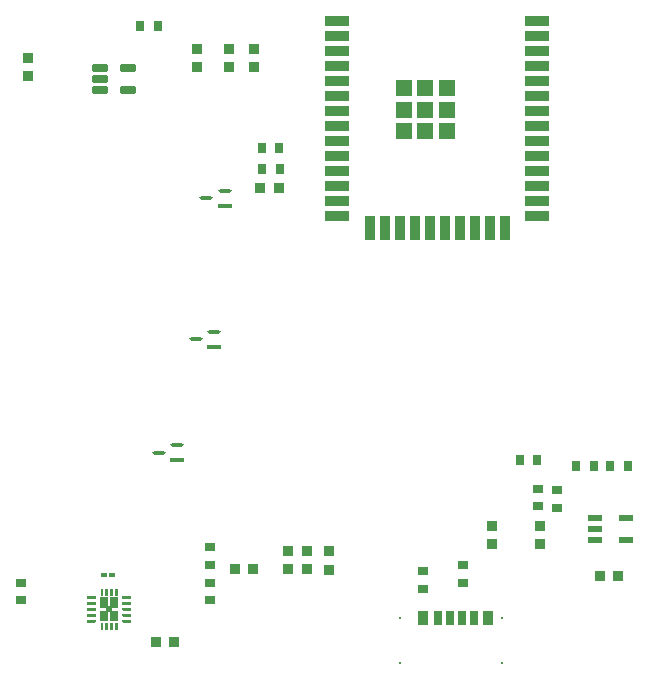
<source format=gtp>
G04*
G04 #@! TF.GenerationSoftware,Altium Limited,Altium Designer,20.1.14 (287)*
G04*
G04 Layer_Color=8421504*
%FSLAX25Y25*%
%MOIN*%
G70*
G04*
G04 #@! TF.SameCoordinates,9BBB710E-F05C-4809-8D11-837B32203116*
G04*
G04*
G04 #@! TF.FilePolarity,Positive*
G04*
G01*
G75*
%ADD17R,0.01968X0.01181*%
%ADD18R,0.02756X0.03543*%
%ADD19R,0.04583X0.01322*%
G04:AMPARAMS|DCode=20|XSize=45.83mil|YSize=13.22mil|CornerRadius=6.61mil|HoleSize=0mil|Usage=FLASHONLY|Rotation=180.000|XOffset=0mil|YOffset=0mil|HoleType=Round|Shape=RoundedRectangle|*
%AMROUNDEDRECTD20*
21,1,0.04583,0.00000,0,0,180.0*
21,1,0.03260,0.01322,0,0,180.0*
1,1,0.01322,-0.01630,0.00000*
1,1,0.01322,0.01630,0.00000*
1,1,0.01322,0.01630,0.00000*
1,1,0.01322,-0.01630,0.00000*
%
%ADD20ROUNDEDRECTD20*%
G04:AMPARAMS|DCode=21|XSize=53.15mil|YSize=23.62mil|CornerRadius=2.95mil|HoleSize=0mil|Usage=FLASHONLY|Rotation=0.000|XOffset=0mil|YOffset=0mil|HoleType=Round|Shape=RoundedRectangle|*
%AMROUNDEDRECTD21*
21,1,0.05315,0.01772,0,0,0.0*
21,1,0.04724,0.02362,0,0,0.0*
1,1,0.00591,0.02362,-0.00886*
1,1,0.00591,-0.02362,-0.00886*
1,1,0.00591,-0.02362,0.00886*
1,1,0.00591,0.02362,0.00886*
%
%ADD21ROUNDEDRECTD21*%
%ADD22R,0.03347X0.03347*%
%ADD23R,0.05000X0.02200*%
%ADD24R,0.05236X0.05236*%
%ADD25R,0.07874X0.03543*%
%ADD26R,0.03543X0.07874*%
%ADD27R,0.01968X0.00787*%
%ADD28R,0.01968X0.01968*%
%ADD29R,0.03543X0.02756*%
%ADD30R,0.03543X0.04528*%
%ADD31R,0.03150X0.04528*%
%ADD32R,0.02756X0.04528*%
%ADD33R,0.00787X0.00787*%
%ADD34R,0.03347X0.03347*%
G36*
X59898Y31818D02*
X58993D01*
Y34180D01*
X59898D01*
Y31818D01*
D02*
G37*
G36*
X58324D02*
X57418D01*
Y34180D01*
X58324D01*
Y31818D01*
D02*
G37*
G36*
X55525Y31643D02*
X55551Y31641D01*
X55578Y31637D01*
X55604Y31632D01*
X55629Y31626D01*
X55655Y31619D01*
X55680Y31610D01*
X55704Y31600D01*
X55728Y31588D01*
X55751Y31576D01*
X55774Y31562D01*
X55795Y31547D01*
X55816Y31531D01*
X55836Y31514D01*
X55856Y31496D01*
X55874Y31477D01*
X55891Y31456D01*
X55907Y31435D01*
X55922Y31414D01*
X55936Y31391D01*
X55948Y31368D01*
X55960Y31344D01*
X55970Y31320D01*
X55979Y31295D01*
X55986Y31269D01*
X55992Y31244D01*
X55997Y31218D01*
X56001Y31188D01*
X55997Y31159D01*
X55992Y31133D01*
X55986Y31107D01*
X55979Y31082D01*
X55970Y31057D01*
X55960Y31032D01*
X55948Y31008D01*
X55936Y30985D01*
X55922Y30963D01*
X55907Y30941D01*
X55891Y30920D01*
X55874Y30900D01*
X55856Y30881D01*
X55836Y30863D01*
X55816Y30845D01*
X55795Y30829D01*
X55774Y30814D01*
X55751Y30801D01*
X55728Y30788D01*
X55704Y30777D01*
X55680Y30766D01*
X55655Y30758D01*
X55629Y30750D01*
X55604Y30744D01*
X55578Y30739D01*
X55551Y30736D01*
X55525Y30734D01*
X55499Y30733D01*
X55472Y30734D01*
X55450Y30735D01*
X52851D01*
Y31641D01*
X55450D01*
X55472Y31643D01*
X55499Y31643D01*
X55525Y31643D01*
D02*
G37*
G36*
Y29674D02*
X55551Y29672D01*
X55578Y29669D01*
X55604Y29664D01*
X55629Y29658D01*
X55655Y29650D01*
X55680Y29641D01*
X55704Y29631D01*
X55728Y29620D01*
X55751Y29607D01*
X55774Y29594D01*
X55795Y29579D01*
X55816Y29563D01*
X55836Y29545D01*
X55856Y29527D01*
X55874Y29508D01*
X55891Y29488D01*
X55907Y29467D01*
X55922Y29445D01*
X55936Y29423D01*
X55948Y29399D01*
X55960Y29376D01*
X55970Y29351D01*
X55979Y29326D01*
X55986Y29301D01*
X55992Y29275D01*
X55997Y29249D01*
X56001Y29220D01*
X55997Y29190D01*
X55992Y29164D01*
X55986Y29138D01*
X55979Y29113D01*
X55970Y29088D01*
X55960Y29064D01*
X55948Y29040D01*
X55936Y29017D01*
X55922Y28994D01*
X55907Y28972D01*
X55891Y28951D01*
X55874Y28931D01*
X55856Y28912D01*
X55836Y28894D01*
X55816Y28877D01*
X55795Y28861D01*
X55774Y28846D01*
X55751Y28832D01*
X55728Y28820D01*
X55704Y28808D01*
X55680Y28798D01*
X55655Y28789D01*
X55629Y28782D01*
X55604Y28776D01*
X55578Y28771D01*
X55551Y28767D01*
X55525Y28765D01*
X55499Y28765D01*
X55472Y28765D01*
X55450Y28767D01*
X52851D01*
Y29672D01*
X55450D01*
X55472Y29674D01*
X55499Y29675D01*
X55525Y29674D01*
D02*
G37*
G36*
X59800Y27684D02*
X57241D01*
Y31228D01*
X59800D01*
Y27684D01*
D02*
G37*
G36*
X55525Y27706D02*
X55551Y27704D01*
X55578Y27700D01*
X55604Y27695D01*
X55629Y27689D01*
X55655Y27682D01*
X55680Y27673D01*
X55704Y27663D01*
X55728Y27651D01*
X55751Y27639D01*
X55774Y27625D01*
X55795Y27610D01*
X55816Y27594D01*
X55836Y27577D01*
X55856Y27559D01*
X55874Y27540D01*
X55891Y27519D01*
X55907Y27498D01*
X55922Y27477D01*
X55936Y27454D01*
X55948Y27431D01*
X55960Y27407D01*
X55970Y27383D01*
X55979Y27358D01*
X55986Y27332D01*
X55992Y27307D01*
X55997Y27281D01*
X56001Y27251D01*
X55997Y27222D01*
X55992Y27196D01*
X55986Y27170D01*
X55979Y27145D01*
X55970Y27120D01*
X55960Y27095D01*
X55948Y27071D01*
X55936Y27048D01*
X55922Y27026D01*
X55907Y27004D01*
X55891Y26983D01*
X55874Y26963D01*
X55856Y26944D01*
X55836Y26926D01*
X55816Y26908D01*
X55795Y26892D01*
X55774Y26877D01*
X55751Y26864D01*
X55728Y26851D01*
X55704Y26840D01*
X55680Y26829D01*
X55655Y26821D01*
X55629Y26813D01*
X55604Y26807D01*
X55578Y26802D01*
X55551Y26799D01*
X55525Y26797D01*
X55499Y26796D01*
X55472Y26797D01*
X55450Y26798D01*
X52851D01*
Y27704D01*
X55450D01*
X55472Y27706D01*
X55499Y27706D01*
X55525Y27706D01*
D02*
G37*
G36*
Y25737D02*
X55551Y25735D01*
X55578Y25732D01*
X55604Y25727D01*
X55629Y25721D01*
X55655Y25713D01*
X55680Y25704D01*
X55704Y25694D01*
X55728Y25683D01*
X55751Y25670D01*
X55774Y25657D01*
X55795Y25642D01*
X55816Y25626D01*
X55836Y25608D01*
X55856Y25590D01*
X55874Y25571D01*
X55891Y25551D01*
X55907Y25530D01*
X55922Y25508D01*
X55936Y25486D01*
X55948Y25462D01*
X55960Y25439D01*
X55970Y25414D01*
X55979Y25389D01*
X55986Y25364D01*
X55992Y25338D01*
X55997Y25312D01*
X56001Y25283D01*
X55997Y25253D01*
X55992Y25227D01*
X55986Y25201D01*
X55979Y25176D01*
X55970Y25151D01*
X55960Y25127D01*
X55948Y25103D01*
X55936Y25080D01*
X55922Y25057D01*
X55907Y25035D01*
X55891Y25014D01*
X55874Y24994D01*
X55856Y24975D01*
X55836Y24957D01*
X55816Y24940D01*
X55795Y24924D01*
X55774Y24909D01*
X55751Y24895D01*
X55728Y24882D01*
X55704Y24871D01*
X55680Y24861D01*
X55655Y24852D01*
X55629Y24845D01*
X55604Y24839D01*
X55578Y24834D01*
X55551Y24830D01*
X55525Y24828D01*
X55499Y24827D01*
X55472Y24828D01*
X55450Y24830D01*
X52851D01*
Y25735D01*
X55450D01*
X55472Y25737D01*
X55499Y25738D01*
X55525Y25737D01*
D02*
G37*
G36*
X59800Y23275D02*
X57241D01*
Y26818D01*
X59800D01*
Y23275D01*
D02*
G37*
G36*
X55525Y23769D02*
X55551Y23767D01*
X55578Y23763D01*
X55604Y23758D01*
X55629Y23752D01*
X55655Y23745D01*
X55680Y23736D01*
X55704Y23726D01*
X55728Y23714D01*
X55751Y23702D01*
X55774Y23688D01*
X55795Y23673D01*
X55816Y23657D01*
X55836Y23640D01*
X55856Y23622D01*
X55874Y23603D01*
X55891Y23582D01*
X55907Y23561D01*
X55922Y23540D01*
X55936Y23517D01*
X55948Y23494D01*
X55960Y23470D01*
X55970Y23446D01*
X55979Y23421D01*
X55986Y23395D01*
X55992Y23370D01*
X55997Y23344D01*
X56001Y23314D01*
X55997Y23284D01*
X55992Y23258D01*
X55986Y23233D01*
X55979Y23208D01*
X55970Y23183D01*
X55960Y23158D01*
X55948Y23134D01*
X55936Y23111D01*
X55922Y23089D01*
X55907Y23067D01*
X55891Y23046D01*
X55874Y23026D01*
X55856Y23007D01*
X55836Y22989D01*
X55816Y22971D01*
X55795Y22955D01*
X55774Y22940D01*
X55751Y22927D01*
X55728Y22914D01*
X55704Y22903D01*
X55680Y22893D01*
X55655Y22884D01*
X55629Y22876D01*
X55604Y22870D01*
X55578Y22865D01*
X55551Y22862D01*
X55525Y22860D01*
X55499Y22859D01*
X55472Y22860D01*
X55450Y22861D01*
X52851D01*
Y23767D01*
X55450D01*
X55472Y23769D01*
X55499Y23769D01*
X55525Y23769D01*
D02*
G37*
G36*
X59898Y20322D02*
X58993D01*
Y22684D01*
X59898D01*
Y20322D01*
D02*
G37*
G36*
X58324D02*
X57418D01*
Y22684D01*
X58324D01*
Y20322D01*
D02*
G37*
G36*
X63048Y31818D02*
X62142D01*
Y34180D01*
X63048D01*
Y31818D01*
D02*
G37*
G36*
X61473D02*
X60568D01*
Y34180D01*
X61473D01*
Y31818D01*
D02*
G37*
G36*
X64994Y31643D02*
X65017Y31641D01*
X67615D01*
Y30735D01*
X65017D01*
X64994Y30734D01*
X64967Y30733D01*
X64941Y30734D01*
X64915Y30736D01*
X64888Y30739D01*
X64863Y30744D01*
X64837Y30750D01*
X64811Y30758D01*
X64787Y30766D01*
X64762Y30777D01*
X64738Y30788D01*
X64715Y30801D01*
X64693Y30814D01*
X64671Y30829D01*
X64650Y30845D01*
X64630Y30863D01*
X64611Y30881D01*
X64592Y30900D01*
X64575Y30920D01*
X64559Y30941D01*
X64544Y30963D01*
X64530Y30985D01*
X64518Y31008D01*
X64507Y31032D01*
X64496Y31057D01*
X64488Y31082D01*
X64480Y31107D01*
X64474Y31133D01*
X64469Y31159D01*
X64465Y31188D01*
X64469Y31218D01*
X64474Y31244D01*
X64480Y31269D01*
X64488Y31295D01*
X64496Y31320D01*
X64507Y31344D01*
X64518Y31368D01*
X64530Y31391D01*
X64544Y31414D01*
X64559Y31435D01*
X64575Y31456D01*
X64592Y31477D01*
X64611Y31496D01*
X64630Y31514D01*
X64650Y31531D01*
X64671Y31547D01*
X64693Y31562D01*
X64715Y31576D01*
X64738Y31588D01*
X64762Y31600D01*
X64787Y31610D01*
X64811Y31619D01*
X64837Y31626D01*
X64863Y31632D01*
X64888Y31637D01*
X64915Y31641D01*
X64941Y31643D01*
X64967Y31643D01*
X64994Y31643D01*
D02*
G37*
G36*
Y29674D02*
X65017Y29672D01*
X67615D01*
Y28767D01*
X65017D01*
X64994Y28765D01*
X64967Y28765D01*
X64941Y28765D01*
X64915Y28767D01*
X64888Y28771D01*
X64863Y28776D01*
X64837Y28782D01*
X64811Y28789D01*
X64787Y28798D01*
X64762Y28808D01*
X64738Y28820D01*
X64715Y28832D01*
X64693Y28846D01*
X64671Y28861D01*
X64650Y28877D01*
X64630Y28894D01*
X64611Y28912D01*
X64592Y28931D01*
X64575Y28951D01*
X64559Y28972D01*
X64544Y28994D01*
X64530Y29017D01*
X64518Y29040D01*
X64507Y29064D01*
X64496Y29088D01*
X64488Y29113D01*
X64480Y29138D01*
X64474Y29164D01*
X64469Y29190D01*
X64465Y29220D01*
X64469Y29249D01*
X64474Y29275D01*
X64480Y29301D01*
X64488Y29326D01*
X64496Y29351D01*
X64507Y29376D01*
X64518Y29399D01*
X64530Y29423D01*
X64544Y29445D01*
X64559Y29467D01*
X64575Y29488D01*
X64592Y29508D01*
X64611Y29527D01*
X64630Y29545D01*
X64650Y29563D01*
X64671Y29579D01*
X64693Y29594D01*
X64715Y29607D01*
X64738Y29620D01*
X64762Y29631D01*
X64787Y29641D01*
X64811Y29650D01*
X64837Y29658D01*
X64863Y29664D01*
X64888Y29669D01*
X64915Y29672D01*
X64941Y29674D01*
X64967Y29675D01*
X64994Y29674D01*
D02*
G37*
G36*
X63225Y27684D02*
X60666D01*
Y31228D01*
X63225D01*
Y27684D01*
D02*
G37*
G36*
X64994Y27706D02*
X65017Y27704D01*
X67615D01*
Y26798D01*
X65017D01*
X64994Y26797D01*
X64967Y26796D01*
X64941Y26797D01*
X64915Y26799D01*
X64888Y26802D01*
X64863Y26807D01*
X64837Y26813D01*
X64811Y26821D01*
X64787Y26829D01*
X64762Y26840D01*
X64738Y26851D01*
X64715Y26864D01*
X64693Y26877D01*
X64671Y26892D01*
X64650Y26908D01*
X64630Y26926D01*
X64611Y26944D01*
X64592Y26963D01*
X64575Y26983D01*
X64559Y27004D01*
X64544Y27026D01*
X64530Y27048D01*
X64518Y27071D01*
X64507Y27095D01*
X64496Y27120D01*
X64488Y27145D01*
X64480Y27170D01*
X64474Y27196D01*
X64469Y27222D01*
X64465Y27251D01*
X64469Y27281D01*
X64474Y27307D01*
X64480Y27332D01*
X64488Y27358D01*
X64496Y27383D01*
X64507Y27407D01*
X64518Y27431D01*
X64530Y27454D01*
X64544Y27477D01*
X64559Y27498D01*
X64575Y27519D01*
X64592Y27540D01*
X64611Y27559D01*
X64630Y27577D01*
X64650Y27594D01*
X64671Y27610D01*
X64693Y27625D01*
X64715Y27639D01*
X64738Y27651D01*
X64762Y27663D01*
X64787Y27673D01*
X64811Y27682D01*
X64837Y27689D01*
X64863Y27695D01*
X64888Y27700D01*
X64915Y27704D01*
X64941Y27706D01*
X64967Y27706D01*
X64994Y27706D01*
D02*
G37*
G36*
Y25737D02*
X65017Y25735D01*
X67615D01*
Y24830D01*
X65017D01*
X64994Y24828D01*
X64967Y24827D01*
X64941Y24828D01*
X64915Y24830D01*
X64888Y24834D01*
X64863Y24839D01*
X64837Y24845D01*
X64811Y24852D01*
X64787Y24861D01*
X64762Y24871D01*
X64738Y24882D01*
X64715Y24895D01*
X64693Y24909D01*
X64671Y24924D01*
X64650Y24940D01*
X64630Y24957D01*
X64611Y24975D01*
X64592Y24994D01*
X64575Y25014D01*
X64559Y25035D01*
X64544Y25057D01*
X64530Y25080D01*
X64518Y25103D01*
X64507Y25127D01*
X64496Y25151D01*
X64488Y25176D01*
X64480Y25201D01*
X64474Y25227D01*
X64469Y25253D01*
X64465Y25283D01*
X64469Y25312D01*
X64474Y25338D01*
X64480Y25364D01*
X64488Y25389D01*
X64496Y25414D01*
X64507Y25439D01*
X64518Y25462D01*
X64530Y25486D01*
X64544Y25508D01*
X64559Y25530D01*
X64575Y25551D01*
X64592Y25571D01*
X64611Y25590D01*
X64630Y25608D01*
X64650Y25626D01*
X64671Y25642D01*
X64693Y25657D01*
X64715Y25670D01*
X64738Y25683D01*
X64762Y25694D01*
X64787Y25704D01*
X64811Y25713D01*
X64837Y25721D01*
X64863Y25727D01*
X64888Y25732D01*
X64915Y25735D01*
X64941Y25737D01*
X64967Y25738D01*
X64994Y25737D01*
D02*
G37*
G36*
X63225Y23275D02*
X60666D01*
Y26818D01*
X63225D01*
Y23275D01*
D02*
G37*
G36*
X64994Y23769D02*
X65017Y23767D01*
X67615D01*
Y22861D01*
X65017D01*
X64994Y22860D01*
X64967Y22859D01*
X64941Y22860D01*
X64915Y22862D01*
X64888Y22865D01*
X64863Y22870D01*
X64837Y22876D01*
X64811Y22884D01*
X64787Y22893D01*
X64762Y22903D01*
X64738Y22914D01*
X64715Y22927D01*
X64693Y22940D01*
X64671Y22955D01*
X64650Y22971D01*
X64630Y22989D01*
X64611Y23007D01*
X64592Y23026D01*
X64575Y23046D01*
X64559Y23067D01*
X64544Y23089D01*
X64530Y23111D01*
X64518Y23134D01*
X64507Y23158D01*
X64496Y23183D01*
X64488Y23208D01*
X64480Y23233D01*
X64474Y23258D01*
X64469Y23284D01*
X64465Y23314D01*
X64469Y23344D01*
X64474Y23370D01*
X64480Y23395D01*
X64488Y23421D01*
X64496Y23446D01*
X64507Y23470D01*
X64518Y23494D01*
X64530Y23517D01*
X64544Y23540D01*
X64559Y23561D01*
X64575Y23582D01*
X64592Y23603D01*
X64611Y23622D01*
X64630Y23640D01*
X64650Y23657D01*
X64671Y23673D01*
X64693Y23688D01*
X64715Y23702D01*
X64738Y23714D01*
X64762Y23726D01*
X64787Y23736D01*
X64811Y23745D01*
X64837Y23752D01*
X64863Y23758D01*
X64888Y23763D01*
X64915Y23767D01*
X64941Y23769D01*
X64967Y23769D01*
X64994Y23769D01*
D02*
G37*
G36*
X63048Y20322D02*
X62142D01*
Y22684D01*
X63048D01*
Y20322D01*
D02*
G37*
G36*
X61473D02*
X60568D01*
Y22684D01*
X61473D01*
Y20322D01*
D02*
G37*
D17*
X58465Y38620D02*
D03*
X61221D02*
D03*
D18*
X215947Y74900D02*
D03*
X221853D02*
D03*
X197047Y77000D02*
D03*
X202953D02*
D03*
X111200Y173900D02*
D03*
X117105D02*
D03*
X117006Y180900D02*
D03*
X111100D02*
D03*
X70647Y221600D02*
D03*
X76553D02*
D03*
X227147Y75100D02*
D03*
X233053D02*
D03*
D19*
X82932Y76941D02*
D03*
X98732Y161741D02*
D03*
X95232Y114741D02*
D03*
D20*
X82932Y82059D02*
D03*
X76868Y79500D02*
D03*
X92668Y164300D02*
D03*
X98732Y166859D02*
D03*
X95232Y119859D02*
D03*
X89168Y117300D02*
D03*
D21*
X66665Y207740D02*
D03*
Y200260D02*
D03*
X57335D02*
D03*
Y204000D02*
D03*
Y207740D02*
D03*
D22*
X133465Y40468D02*
D03*
Y46571D02*
D03*
X33100Y204949D02*
D03*
Y211051D02*
D03*
X126265Y40617D02*
D03*
Y46720D02*
D03*
X100100Y214102D02*
D03*
Y208000D02*
D03*
X108600Y214102D02*
D03*
Y208000D02*
D03*
X187800Y55051D02*
D03*
Y48949D02*
D03*
X89600Y214051D02*
D03*
Y207949D02*
D03*
X119765Y46771D02*
D03*
Y40668D02*
D03*
X203800Y48949D02*
D03*
Y55051D02*
D03*
D23*
X232400Y57700D02*
D03*
Y50300D02*
D03*
X222200D02*
D03*
Y54000D02*
D03*
Y57700D02*
D03*
D24*
X172800Y186551D02*
D03*
X165576D02*
D03*
X158351D02*
D03*
X172800Y193776D02*
D03*
X165576D02*
D03*
X158351D02*
D03*
X172800Y201000D02*
D03*
X165576D02*
D03*
X158351D02*
D03*
D25*
X202977Y223303D02*
D03*
Y218303D02*
D03*
Y213303D02*
D03*
Y208303D02*
D03*
Y203303D02*
D03*
Y198303D02*
D03*
Y193303D02*
D03*
Y188303D02*
D03*
Y183303D02*
D03*
Y178303D02*
D03*
Y173303D02*
D03*
Y168303D02*
D03*
Y163303D02*
D03*
Y158303D02*
D03*
X136048D02*
D03*
Y163303D02*
D03*
Y168303D02*
D03*
Y173303D02*
D03*
Y178303D02*
D03*
Y183303D02*
D03*
Y188303D02*
D03*
Y193303D02*
D03*
Y198303D02*
D03*
Y203303D02*
D03*
Y208303D02*
D03*
Y213303D02*
D03*
Y218303D02*
D03*
Y223303D02*
D03*
D26*
X192013Y154366D02*
D03*
X187013D02*
D03*
X182013D02*
D03*
X177013D02*
D03*
X172013D02*
D03*
X167013D02*
D03*
X162013D02*
D03*
X157013D02*
D03*
X152013D02*
D03*
X147013D02*
D03*
D27*
X54426Y31188D02*
D03*
Y29220D02*
D03*
Y27251D02*
D03*
Y25283D02*
D03*
Y23314D02*
D03*
X66040D02*
D03*
Y25283D02*
D03*
Y27251D02*
D03*
Y29220D02*
D03*
Y31188D02*
D03*
D28*
X60233Y27251D02*
D03*
D29*
X178300Y36047D02*
D03*
Y41953D02*
D03*
X164800Y39953D02*
D03*
Y34047D02*
D03*
X209400Y61147D02*
D03*
Y67053D02*
D03*
X203300Y67453D02*
D03*
Y61547D02*
D03*
X30765Y30267D02*
D03*
Y36172D02*
D03*
X93765Y30220D02*
D03*
Y36125D02*
D03*
X93765Y42172D02*
D03*
Y48078D02*
D03*
D30*
X186635Y24461D02*
D03*
X164981D02*
D03*
D31*
X181792D02*
D03*
X169824D02*
D03*
D32*
X173839D02*
D03*
X177776D02*
D03*
D33*
X191339Y9500D02*
D03*
X157324D02*
D03*
X191339Y24461D02*
D03*
X157324D02*
D03*
D34*
X110649Y167800D02*
D03*
X116751D02*
D03*
X223749Y38500D02*
D03*
X229851D02*
D03*
X102213Y40720D02*
D03*
X108316D02*
D03*
X75713Y16220D02*
D03*
X81816D02*
D03*
M02*

</source>
